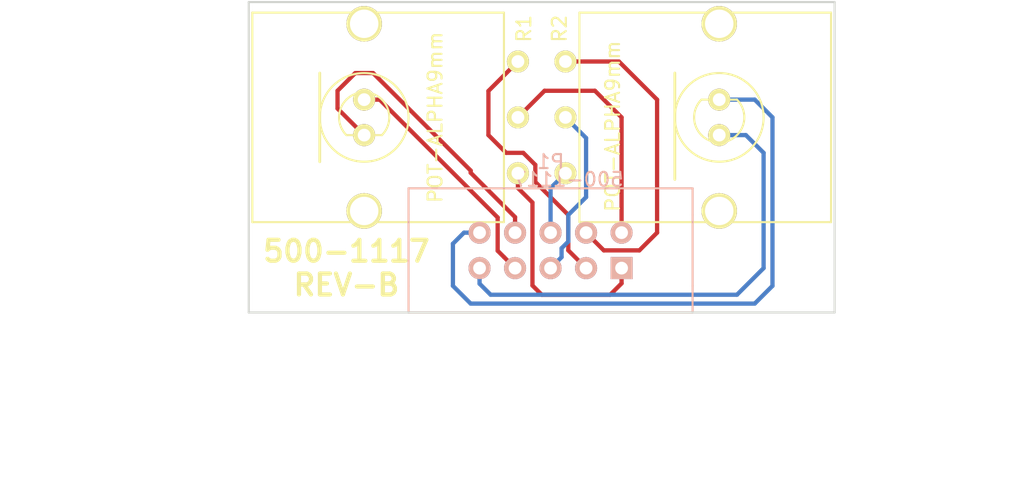
<source format=kicad_pcb>
(kicad_pcb (version 20171130) (host pcbnew "(5.0.2)-1")

  (general
    (thickness 1.6)
    (drawings 12)
    (tracks 64)
    (zones 0)
    (modules 3)
    (nets 11)
  )

  (page A)
  (title_block
    (title "DUAL 9MM POT BOARD 1 INCH SPACING")
    (date 2017-01-31)
    (rev A)
  )

  (layers
    (0 F.Cu signal)
    (31 B.Cu signal)
    (32 B.Adhes user)
    (33 F.Adhes user)
    (34 B.Paste user)
    (35 F.Paste user)
    (36 B.SilkS user)
    (37 F.SilkS user)
    (38 B.Mask user)
    (39 F.Mask user)
    (40 Dwgs.User user)
    (41 Cmts.User user)
    (42 Eco1.User user)
    (43 Eco2.User user)
    (44 Edge.Cuts user)
    (45 Margin user)
    (46 B.CrtYd user)
    (47 F.CrtYd user)
    (48 B.Fab user)
    (49 F.Fab user)
  )

  (setup
    (last_trace_width 0.3048)
    (trace_clearance 0.3048)
    (zone_clearance 0.508)
    (zone_45_only no)
    (trace_min 0.2)
    (segment_width 0.2)
    (edge_width 0.15)
    (via_size 1.5748)
    (via_drill 0.9144)
    (via_min_size 0.4)
    (via_min_drill 0.3)
    (uvia_size 0.3)
    (uvia_drill 0.1)
    (uvias_allowed no)
    (uvia_min_size 0.2)
    (uvia_min_drill 0.1)
    (pcb_text_width 0.3)
    (pcb_text_size 1.5 1.5)
    (mod_edge_width 0.15)
    (mod_text_size 1 1)
    (mod_text_width 0.15)
    (pad_size 1.524 1.524)
    (pad_drill 0.762)
    (pad_to_mask_clearance 0.2)
    (solder_mask_min_width 0.25)
    (aux_axis_origin 0 0)
    (visible_elements 7FFFFFFF)
    (pcbplotparams
      (layerselection 0x010f0_ffffffff)
      (usegerberextensions false)
      (usegerberattributes false)
      (usegerberadvancedattributes false)
      (creategerberjobfile false)
      (excludeedgelayer true)
      (linewidth 0.100000)
      (plotframeref false)
      (viasonmask false)
      (mode 1)
      (useauxorigin false)
      (hpglpennumber 1)
      (hpglpenspeed 20)
      (hpglpendiameter 15.000000)
      (psnegative false)
      (psa4output false)
      (plotreference true)
      (plotvalue true)
      (plotinvisibletext false)
      (padsonsilk false)
      (subtractmaskfromsilk false)
      (outputformat 1)
      (mirror false)
      (drillshape 0)
      (scaleselection 1)
      (outputdirectory "CAM/"))
  )

  (net 0 "")
  (net 1 "Net-(P1-Pad1)")
  (net 2 "Net-(P1-Pad2)")
  (net 3 "Net-(P1-Pad3)")
  (net 4 "Net-(P1-Pad4)")
  (net 5 "Net-(P1-Pad5)")
  (net 6 "Net-(P1-Pad6)")
  (net 7 "Net-(P1-Pad7)")
  (net 8 "Net-(P1-Pad8)")
  (net 9 "Net-(P1-Pad9)")
  (net 10 "Net-(P1-Pad10)")

  (net_class Default "This is the default net class."
    (clearance 0.3048)
    (trace_width 0.3048)
    (via_dia 1.5748)
    (via_drill 0.9144)
    (uvia_dia 0.3)
    (uvia_drill 0.1)
    (add_net "Net-(P1-Pad1)")
    (add_net "Net-(P1-Pad10)")
    (add_net "Net-(P1-Pad2)")
    (add_net "Net-(P1-Pad3)")
    (add_net "Net-(P1-Pad4)")
    (add_net "Net-(P1-Pad5)")
    (add_net "Net-(P1-Pad6)")
    (add_net "Net-(P1-Pad7)")
    (add_net "Net-(P1-Pad8)")
    (add_net "Net-(P1-Pad9)")
  )

  (module FootPrints:Alpha9mmPotWithLED (layer F.Cu) (tedit 5751FE58) (tstamp 5890DB36)
    (at 114.3 109.22 90)
    (path /5890D104)
    (fp_text reference R1 (at 6.35 11.43 90) (layer F.SilkS)
      (effects (font (size 1 1) (thickness 0.15)))
    )
    (fp_text value POT-ALPHA9mm (at 0 5.08 90) (layer F.SilkS)
      (effects (font (size 1 1) (thickness 0.15)))
    )
    (fp_arc (start 0 0) (end 1.27 1.27) (angle 90) (layer F.SilkS) (width 0.15))
    (fp_arc (start 0 0) (end 1.27 -1.27) (angle 90) (layer F.SilkS) (width 0.15))
    (fp_arc (start 0 0) (end -1.27 -1.27) (angle 90) (layer F.SilkS) (width 0.15))
    (fp_line (start -1.27 -1.27) (end -1.27 1.27) (layer F.SilkS) (width 0.15))
    (fp_circle (center 0 0) (end 3.175 0) (layer F.SilkS) (width 0.15))
    (fp_line (start -7.5 10) (end 7.5 10) (layer F.SilkS) (width 0.15))
    (fp_line (start 7.5 10) (end 7.5 -8) (layer F.SilkS) (width 0.15))
    (fp_line (start 7.5 -8) (end -7.5 -8) (layer F.SilkS) (width 0.15))
    (fp_line (start -7.5 -8) (end -7.5 10) (layer F.SilkS) (width 0.15))
    (pad "" thru_hole circle (at -6.7 0 90) (size 2.54 2.54) (drill 2.032) (layers *.Cu *.Mask F.SilkS))
    (pad "" thru_hole circle (at 6.7 0 90) (size 2.54 2.54) (drill 2.032) (layers *.Cu *.Mask F.SilkS))
    (pad 4 thru_hole circle (at -1.27 0 90) (size 1.5748 1.5748) (drill 0.9144) (layers *.Cu *.Mask F.SilkS)
      (net 8 "Net-(P1-Pad8)"))
    (pad 5 thru_hole circle (at 1.27 0 90) (size 1.5748 1.5748) (drill 0.9144) (layers *.Cu *.Mask F.SilkS)
      (net 7 "Net-(P1-Pad7)"))
    (pad 2 thru_hole circle (at 0 11 90) (size 1.5748 1.5748) (drill 0.9144) (layers *.Cu *.Mask F.SilkS)
      (net 2 "Net-(P1-Pad2)"))
    (pad 3 thru_hole circle (at 4 11 90) (size 1.5748 1.5748) (drill 0.9144) (layers *.Cu *.Mask F.SilkS)
      (net 3 "Net-(P1-Pad3)"))
    (pad 1 thru_hole circle (at -4 11 90) (size 1.5748 1.5748) (drill 0.9144) (layers *.Cu *.Mask F.SilkS)
      (net 1 "Net-(P1-Pad1)"))
  )

  (module FootPrints:Alpha9mmPotWithLED (layer F.Cu) (tedit 5751FE58) (tstamp 5890DB4A)
    (at 139.7 109.22 270)
    (path /5890D212)
    (fp_text reference R2 (at -6.35 11.43 270) (layer F.SilkS)
      (effects (font (size 1 1) (thickness 0.15)))
    )
    (fp_text value POT-ALPHA9mm (at 0.635 7.62 270) (layer F.SilkS)
      (effects (font (size 1 1) (thickness 0.15)))
    )
    (fp_arc (start 0 0) (end 1.27 1.27) (angle 90) (layer F.SilkS) (width 0.15))
    (fp_arc (start 0 0) (end 1.27 -1.27) (angle 90) (layer F.SilkS) (width 0.15))
    (fp_arc (start 0 0) (end -1.27 -1.27) (angle 90) (layer F.SilkS) (width 0.15))
    (fp_line (start -1.27 -1.27) (end -1.27 1.27) (layer F.SilkS) (width 0.15))
    (fp_circle (center 0 0) (end 3.175 0) (layer F.SilkS) (width 0.15))
    (fp_line (start -7.5 10) (end 7.5 10) (layer F.SilkS) (width 0.15))
    (fp_line (start 7.5 10) (end 7.5 -8) (layer F.SilkS) (width 0.15))
    (fp_line (start 7.5 -8) (end -7.5 -8) (layer F.SilkS) (width 0.15))
    (fp_line (start -7.5 -8) (end -7.5 10) (layer F.SilkS) (width 0.15))
    (pad "" thru_hole circle (at -6.7 0 270) (size 2.54 2.54) (drill 2.032) (layers *.Cu *.Mask F.SilkS))
    (pad "" thru_hole circle (at 6.7 0 270) (size 2.54 2.54) (drill 2.032) (layers *.Cu *.Mask F.SilkS))
    (pad 4 thru_hole circle (at -1.27 0 270) (size 1.5748 1.5748) (drill 0.9144) (layers *.Cu *.Mask F.SilkS)
      (net 10 "Net-(P1-Pad10)"))
    (pad 5 thru_hole circle (at 1.27 0 270) (size 1.5748 1.5748) (drill 0.9144) (layers *.Cu *.Mask F.SilkS)
      (net 9 "Net-(P1-Pad9)"))
    (pad 2 thru_hole circle (at 0 11 270) (size 1.5748 1.5748) (drill 0.9144) (layers *.Cu *.Mask F.SilkS)
      (net 5 "Net-(P1-Pad5)"))
    (pad 3 thru_hole circle (at 4 11 270) (size 1.5748 1.5748) (drill 0.9144) (layers *.Cu *.Mask F.SilkS)
      (net 6 "Net-(P1-Pad6)"))
    (pad 1 thru_hole circle (at -4 11 270) (size 1.5748 1.5748) (drill 0.9144) (layers *.Cu *.Mask F.SilkS)
      (net 4 "Net-(P1-Pad4)"))
  )

  (module FootPrints:IDC5x2_Vert (layer B.Cu) (tedit 58C2383B) (tstamp 5C242F0A)
    (at 127.635 118.745)
    (path /5890D661)
    (fp_text reference P1 (at 0 -6.35) (layer B.SilkS)
      (effects (font (size 1 1) (thickness 0.15)) (justify mirror))
    )
    (fp_text value 500-1117 (at 1.27 -5.08) (layer B.SilkS)
      (effects (font (size 1 1) (thickness 0.15)) (justify mirror))
    )
    (fp_line (start 10.16 -4.445) (end 10.16 -2.54) (layer B.SilkS) (width 0.15))
    (fp_line (start -10.16 -4.445) (end 10.16 -4.445) (layer B.SilkS) (width 0.15))
    (fp_line (start -10.16 -2.54) (end -10.16 -4.445) (layer B.SilkS) (width 0.15))
    (fp_line (start 10.16 4.445) (end 10.16 2.54) (layer B.SilkS) (width 0.15))
    (fp_line (start -10.16 4.445) (end 10.16 4.445) (layer B.SilkS) (width 0.15))
    (fp_line (start -10.16 2.54) (end -10.16 4.445) (layer B.SilkS) (width 0.15))
    (fp_line (start -10.16 -2.54) (end -10.16 2.54) (layer B.SilkS) (width 0.15))
    (fp_line (start 10.16 2.54) (end 10.16 -2.54) (layer B.SilkS) (width 0.15))
    (pad 1 thru_hole rect (at 5.08 1.27) (size 1.5748 1.5748) (drill 0.9144) (layers *.Cu *.Mask B.SilkS)
      (net 1 "Net-(P1-Pad1)"))
    (pad 2 thru_hole circle (at 5.08 -1.27) (size 1.5748 1.5748) (drill 0.9144) (layers *.Cu *.Mask B.SilkS)
      (net 2 "Net-(P1-Pad2)"))
    (pad 3 thru_hole circle (at 2.54 1.27) (size 1.5748 1.5748) (drill 0.9144) (layers *.Cu *.Mask B.SilkS)
      (net 3 "Net-(P1-Pad3)"))
    (pad 4 thru_hole circle (at 2.54 -1.27) (size 1.5748 1.5748) (drill 0.9144) (layers *.Cu *.Mask B.SilkS)
      (net 4 "Net-(P1-Pad4)"))
    (pad 5 thru_hole circle (at 0 1.27) (size 1.5748 1.5748) (drill 0.9144) (layers *.Cu *.Mask B.SilkS)
      (net 5 "Net-(P1-Pad5)"))
    (pad 6 thru_hole circle (at 0 -1.27) (size 1.5748 1.5748) (drill 0.9144) (layers *.Cu *.Mask B.SilkS)
      (net 6 "Net-(P1-Pad6)"))
    (pad 7 thru_hole circle (at -2.54 1.27) (size 1.5748 1.5748) (drill 0.9144) (layers *.Cu *.Mask B.SilkS)
      (net 7 "Net-(P1-Pad7)"))
    (pad 8 thru_hole circle (at -2.54 -1.27) (size 1.5748 1.5748) (drill 0.9144) (layers *.Cu *.Mask B.SilkS)
      (net 8 "Net-(P1-Pad8)"))
    (pad 9 thru_hole circle (at -5.08 1.27) (size 1.5748 1.5748) (drill 0.9144) (layers *.Cu *.Mask B.SilkS)
      (net 9 "Net-(P1-Pad9)"))
    (pad 10 thru_hole circle (at -5.08 -1.27) (size 1.5748 1.5748) (drill 0.9144) (layers *.Cu *.Mask B.SilkS)
      (net 10 "Net-(P1-Pad10)"))
  )

  (gr_text "500-1117\nREV-B" (at 113.03 120.015) (layer F.SilkS)
    (effects (font (size 1.5 1.5) (thickness 0.3)))
  )
  (dimension 8.255 (width 0.3) (layer F.Fab)
    (gr_text "0.3250 in" (at 159.58 105.0925 90) (layer F.Fab)
      (effects (font (size 1.5 1.5) (thickness 0.3)))
    )
    (feature1 (pts (xy 148.59 100.965) (xy 158.066421 100.965)))
    (feature2 (pts (xy 148.59 109.22) (xy 158.066421 109.22)))
    (crossbar (pts (xy 157.48 109.22) (xy 157.48 100.965)))
    (arrow1a (pts (xy 157.48 100.965) (xy 158.066421 102.091504)))
    (arrow1b (pts (xy 157.48 100.965) (xy 156.893579 102.091504)))
    (arrow2a (pts (xy 157.48 109.22) (xy 158.066421 108.093496)))
    (arrow2b (pts (xy 157.48 109.22) (xy 156.893579 108.093496)))
  )
  (dimension 13.97 (width 0.3) (layer F.Fab)
    (gr_text "0.5500 in" (at 159.58 116.205 90) (layer F.Fab)
      (effects (font (size 1.5 1.5) (thickness 0.3)))
    )
    (feature1 (pts (xy 148.59 109.22) (xy 158.066421 109.22)))
    (feature2 (pts (xy 148.59 123.19) (xy 158.066421 123.19)))
    (crossbar (pts (xy 157.48 123.19) (xy 157.48 109.22)))
    (arrow1a (pts (xy 157.48 109.22) (xy 158.066421 110.346504)))
    (arrow1b (pts (xy 157.48 109.22) (xy 156.893579 110.346504)))
    (arrow2a (pts (xy 157.48 123.19) (xy 158.066421 122.063496)))
    (arrow2b (pts (xy 157.48 123.19) (xy 156.893579 122.063496)))
  )
  (dimension 22.225 (width 0.3) (layer F.Fab)
    (gr_text "0.8750 in" (at 93.785 112.0775 90) (layer F.Fab)
      (effects (font (size 1.5 1.5) (thickness 0.3)))
    )
    (feature1 (pts (xy 105.41 100.965) (xy 95.298579 100.965)))
    (feature2 (pts (xy 105.41 123.19) (xy 95.298579 123.19)))
    (crossbar (pts (xy 95.885 123.19) (xy 95.885 100.965)))
    (arrow1a (pts (xy 95.885 100.965) (xy 96.471421 102.091504)))
    (arrow1b (pts (xy 95.885 100.965) (xy 95.298579 102.091504)))
    (arrow2a (pts (xy 95.885 123.19) (xy 96.471421 122.063496)))
    (arrow2b (pts (xy 95.885 123.19) (xy 95.298579 122.063496)))
  )
  (dimension 41.91 (width 0.3) (layer F.Fab)
    (gr_text "1.6500 in" (at 127 137.99) (layer F.Fab)
      (effects (font (size 1.5 1.5) (thickness 0.3)))
    )
    (feature1 (pts (xy 147.955 123.825) (xy 147.955 136.476421)))
    (feature2 (pts (xy 106.045 123.825) (xy 106.045 136.476421)))
    (crossbar (pts (xy 106.045 135.89) (xy 147.955 135.89)))
    (arrow1a (pts (xy 147.955 135.89) (xy 146.828496 136.476421)))
    (arrow1b (pts (xy 147.955 135.89) (xy 146.828496 135.303579)))
    (arrow2a (pts (xy 106.045 135.89) (xy 107.171504 136.476421)))
    (arrow2b (pts (xy 106.045 135.89) (xy 107.171504 135.303579)))
  )
  (gr_line (start 106.045 123.19) (end 147.955 123.19) (layer Edge.Cuts) (width 0.15))
  (gr_line (start 147.955 100.965) (end 106.045 100.965) (layer Edge.Cuts) (width 0.15))
  (gr_line (start 106.045 100.965) (end 106.045 123.19) (layer Edge.Cuts) (width 0.15))
  (gr_line (start 147.955 100.965) (end 147.955 123.19) (layer Edge.Cuts) (width 0.15))
  (gr_line (start 136.525 113.665) (end 136.525 106.045) (layer F.SilkS) (width 0.2) (tstamp 5BE124BF))
  (gr_line (start 111.125 106.045) (end 111.125 112.395) (layer F.SilkS) (width 0.2))
  (dimension 25.4 (width 0.3) (layer F.Fab)
    (gr_text "1.0000 in" (at 127 130.89) (layer F.Fab)
      (effects (font (size 1.5 1.5) (thickness 0.3)))
    )
    (feature1 (pts (xy 139.7 124.46) (xy 139.7 132.24)))
    (feature2 (pts (xy 114.3 124.46) (xy 114.3 132.24)))
    (crossbar (pts (xy 114.3 129.54) (xy 139.7 129.54)))
    (arrow1a (pts (xy 139.7 129.54) (xy 138.573496 130.126421)))
    (arrow1b (pts (xy 139.7 129.54) (xy 138.573496 128.953579)))
    (arrow2a (pts (xy 114.3 129.54) (xy 115.426504 130.126421)))
    (arrow2b (pts (xy 114.3 129.54) (xy 115.426504 128.953579)))
  )

  (segment (start 132.715 120.015) (end 132.715 121.1072) (width 0.3048) (layer F.Cu) (net 1))
  (segment (start 125.3 114.27788) (end 125.3 113.22) (width 0.3048) (layer F.Cu) (net 1))
  (segment (start 126.339601 121.259601) (end 126.339601 115.317481) (width 0.3048) (layer F.Cu) (net 1))
  (segment (start 127 121.92) (end 126.339601 121.259601) (width 0.3048) (layer F.Cu) (net 1))
  (segment (start 126.339601 115.317481) (end 125.3 114.27788) (width 0.3048) (layer F.Cu) (net 1))
  (segment (start 132.715 121.1072) (end 131.9022 121.92) (width 0.3048) (layer F.Cu) (net 1))
  (segment (start 131.9022 121.92) (end 127 121.92) (width 0.3048) (layer F.Cu) (net 1))
  (segment (start 132.715 117.475) (end 132.715 109.22) (width 0.3048) (layer F.Cu) (net 2))
  (segment (start 132.715 109.22) (end 130.81 107.315) (width 0.3048) (layer F.Cu) (net 2))
  (segment (start 127.205 107.315) (end 125.3 109.22) (width 0.3048) (layer F.Cu) (net 2))
  (segment (start 130.81 107.315) (end 127.205 107.315) (width 0.3048) (layer F.Cu) (net 2))
  (segment (start 130.175 120.015) (end 128.905 118.745) (width 0.3048) (layer F.Cu) (net 3))
  (segment (start 128.905 118.745) (end 128.905 116.205) (width 0.3048) (layer F.Cu) (net 3))
  (segment (start 126.544601 112.622591) (end 125.68201 111.76) (width 0.3048) (layer F.Cu) (net 3))
  (segment (start 128.905 116.205) (end 126.544601 113.844601) (width 0.3048) (layer F.Cu) (net 3))
  (segment (start 126.544601 113.844601) (end 126.544601 112.622591) (width 0.3048) (layer F.Cu) (net 3))
  (segment (start 125.68201 111.76) (end 124.46 111.76) (width 0.3048) (layer F.Cu) (net 3))
  (segment (start 124.46 111.76) (end 123.19 110.49) (width 0.3048) (layer F.Cu) (net 3))
  (segment (start 123.19 107.33) (end 125.3 105.22) (width 0.3048) (layer F.Cu) (net 3))
  (segment (start 123.19 110.49) (end 123.19 107.33) (width 0.3048) (layer F.Cu) (net 3))
  (segment (start 130.175 117.475) (end 131.445 118.745) (width 0.3048) (layer F.Cu) (net 4))
  (segment (start 131.445 118.745) (end 133.985 118.745) (width 0.3048) (layer F.Cu) (net 4))
  (segment (start 133.985 118.745) (end 135.255 117.475) (width 0.3048) (layer F.Cu) (net 4))
  (segment (start 135.255 117.475) (end 135.255 107.95) (width 0.3048) (layer F.Cu) (net 4))
  (segment (start 132.525 105.22) (end 128.7 105.22) (width 0.3048) (layer F.Cu) (net 4))
  (segment (start 135.255 107.95) (end 132.525 105.22) (width 0.3048) (layer F.Cu) (net 4))
  (segment (start 128.422399 119.227601) (end 128.422399 118.592601) (width 0.3048) (layer B.Cu) (net 5))
  (segment (start 127.635 120.015) (end 128.422399 119.227601) (width 0.3048) (layer B.Cu) (net 5))
  (segment (start 128.422399 118.592601) (end 128.905 118.11) (width 0.3048) (layer B.Cu) (net 5))
  (segment (start 128.905 118.11) (end 128.905 116.205) (width 0.3048) (layer B.Cu) (net 5))
  (segment (start 128.905 116.205) (end 130.175 114.935) (width 0.3048) (layer B.Cu) (net 5))
  (segment (start 130.175 110.695) (end 128.7 109.22) (width 0.3048) (layer B.Cu) (net 5))
  (segment (start 130.175 114.935) (end 130.175 110.695) (width 0.3048) (layer B.Cu) (net 5))
  (segment (start 127.635 114.285) (end 128.7 113.22) (width 0.3048) (layer B.Cu) (net 6))
  (segment (start 127.635 117.475) (end 127.635 114.285) (width 0.3048) (layer B.Cu) (net 6))
  (segment (start 124.307601 119.227601) (end 125.095 120.015) (width 0.3048) (layer F.Cu) (net 7))
  (segment (start 123.850399 116.386848) (end 123.850399 118.770399) (width 0.3048) (layer F.Cu) (net 7))
  (segment (start 123.850399 118.770399) (end 124.307601 119.227601) (width 0.3048) (layer F.Cu) (net 7))
  (segment (start 114.3 107.95) (end 115.413551 107.95) (width 0.3048) (layer F.Cu) (net 7))
  (segment (start 115.413551 107.95) (end 123.850399 116.386848) (width 0.3048) (layer F.Cu) (net 7))
  (segment (start 125.095 116.361449) (end 121.92 113.186449) (width 0.3048) (layer F.Cu) (net 8))
  (segment (start 125.095 117.475) (end 125.095 116.361449) (width 0.3048) (layer F.Cu) (net 8))
  (segment (start 121.92 113.186449) (end 121.92 113.03) (width 0.3048) (layer F.Cu) (net 8))
  (segment (start 121.92 113.03) (end 114.935 106.045) (width 0.3048) (layer F.Cu) (net 8))
  (segment (start 114.935 106.045) (end 113.665 106.045) (width 0.3048) (layer F.Cu) (net 8))
  (segment (start 113.665 106.045) (end 112.395 107.315) (width 0.3048) (layer F.Cu) (net 8))
  (segment (start 112.395 108.585) (end 114.3 110.49) (width 0.3048) (layer F.Cu) (net 8))
  (segment (start 112.395 107.315) (end 112.395 108.585) (width 0.3048) (layer F.Cu) (net 8))
  (segment (start 122.555 121.128551) (end 123.346449 121.92) (width 0.3048) (layer B.Cu) (net 9))
  (segment (start 122.555 120.015) (end 122.555 121.128551) (width 0.3048) (layer B.Cu) (net 9))
  (segment (start 123.346449 121.92) (end 140.97 121.92) (width 0.3048) (layer B.Cu) (net 9))
  (segment (start 140.97 121.92) (end 142.875 120.015) (width 0.3048) (layer B.Cu) (net 9))
  (segment (start 142.875 120.015) (end 142.875 111.76) (width 0.3048) (layer B.Cu) (net 9))
  (segment (start 142.875 111.76) (end 141.605 110.49) (width 0.3048) (layer B.Cu) (net 9))
  (segment (start 141.605 110.49) (end 139.7 110.49) (width 0.3048) (layer B.Cu) (net 9))
  (segment (start 143.51 109.22) (end 142.24 107.95) (width 0.3048) (layer B.Cu) (net 10))
  (segment (start 121.441449 117.475) (end 120.65 118.266449) (width 0.3048) (layer B.Cu) (net 10))
  (segment (start 143.51 121.285) (end 143.51 109.22) (width 0.3048) (layer B.Cu) (net 10))
  (segment (start 122.555 117.475) (end 121.441449 117.475) (width 0.3048) (layer B.Cu) (net 10))
  (segment (start 120.65 118.266449) (end 120.65 121.285) (width 0.3048) (layer B.Cu) (net 10))
  (segment (start 120.65 121.285) (end 121.92 122.555) (width 0.3048) (layer B.Cu) (net 10))
  (segment (start 142.24 107.95) (end 139.7 107.95) (width 0.3048) (layer B.Cu) (net 10))
  (segment (start 121.92 122.555) (end 142.24 122.555) (width 0.3048) (layer B.Cu) (net 10))
  (segment (start 142.24 122.555) (end 143.51 121.285) (width 0.3048) (layer B.Cu) (net 10))

)

</source>
